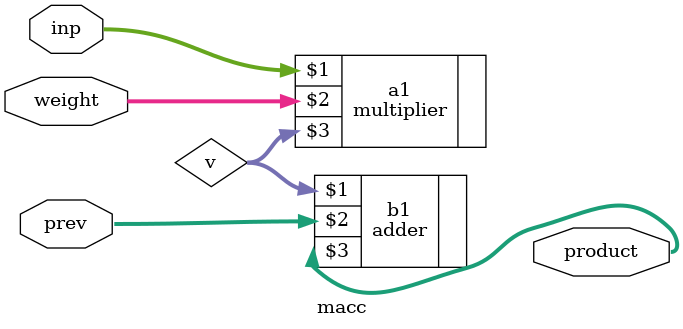
<source format=v>
`timescale 1ns / 1ps


module macc(
input [7:0] inp,
input [7:0] weight,
input [7:0] prev,
output [15:0] product
    );
    wire [15:0]v;
    multiplier a1(inp,weight,v);
    adder b1(v,prev,product);
endmodule

</source>
